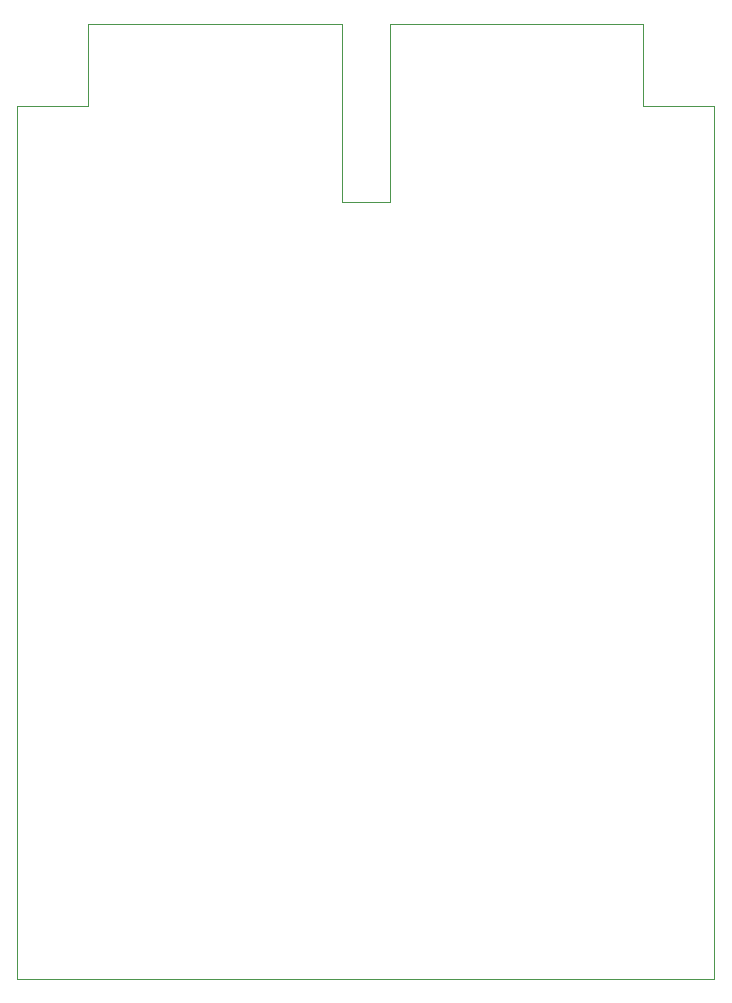
<source format=gko>
%FSLAX46Y46*%
%MOMM*%
%ADD10C,0.010000*%
G01*
G01*
%LPD*%
D10*
X0Y0D02*
X0Y73900000D01*
D10*
X0Y73900000D02*
X6000000Y73900000D01*
D10*
X6000000Y73900000D02*
X6000000Y80900000D01*
D10*
X6000000Y80900000D02*
X27500000Y80900000D01*
D10*
X27500000Y80900000D02*
X27500000Y65800000D01*
D10*
X27500000Y65800000D02*
X31500000Y65800000D01*
D10*
X31500000Y65800000D02*
X31500000Y80900000D01*
D10*
X31500000Y80900000D02*
X53000000Y80900000D01*
D10*
X53000000Y80900000D02*
X53000000Y73900000D01*
D10*
X53000000Y73900000D02*
X59000000Y73900000D01*
D10*
X59000000Y73900000D02*
X59000000Y0D01*
D10*
X59000000Y0D02*
X0Y0D01*
G75*
M02*

</source>
